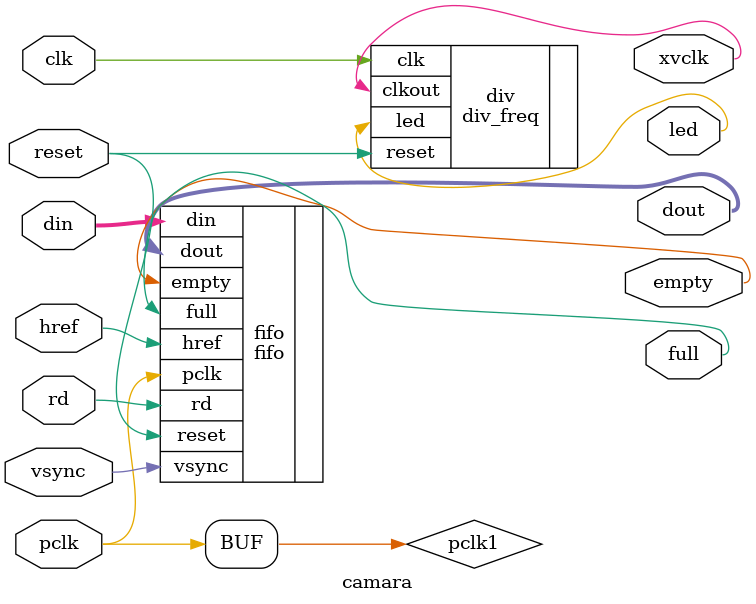
<source format=v>
module camara (input clk, input reset, input href, input vsync, input [5:0] din, output empty,  output full, output [7:0] dout,  input rd, output led, input pclk, output xvclk);

wire pclk;
wire pclk1;
assign pclk1=pclk;
div_freq div(.clk(clk), .reset(reset), .led(led), .clkout(xvclk));
fifo fifo(.pclk(pclk1), .reset(reset), .href(href), .vsync(vsync), .din(din), .empty(empty), .full(full), .dout(dout), .rd(rd));





endmodule

</source>
